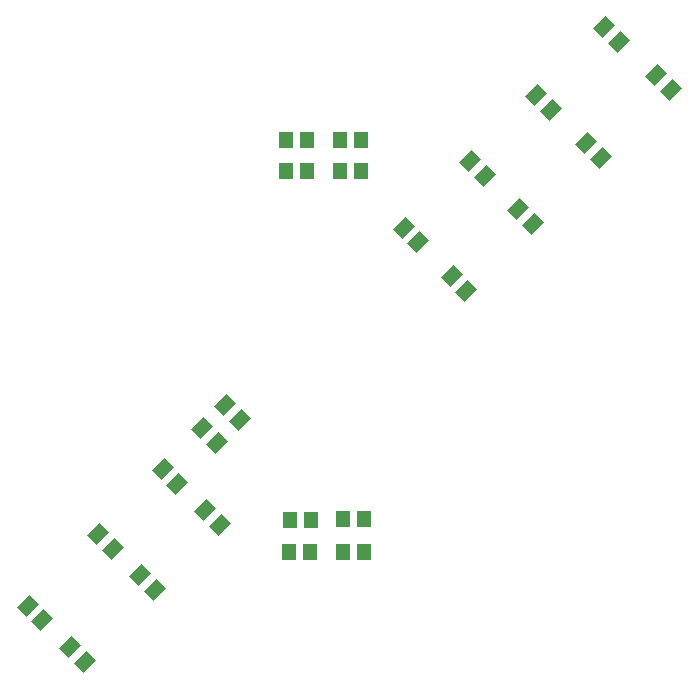
<source format=gtp>
G04 Layer_Color=8421504*
%FSLAX25Y25*%
%MOIN*%
G70*
G01*
G75*
G04:AMPARAMS|DCode=10|XSize=45.67mil|YSize=57.87mil|CornerRadius=0mil|HoleSize=0mil|Usage=FLASHONLY|Rotation=315.000|XOffset=0mil|YOffset=0mil|HoleType=Round|Shape=Rectangle|*
%AMROTATEDRECTD10*
4,1,4,-0.03661,-0.00432,0.00432,0.03661,0.03661,0.00432,-0.00432,-0.03661,-0.03661,-0.00432,0.0*
%
%ADD10ROTATEDRECTD10*%

%ADD11R,0.04567X0.05787*%
D10*
X208978Y205022D02*
D03*
X204022Y209978D02*
D03*
X226178Y188922D02*
D03*
X221222Y193878D02*
D03*
X202878Y166222D02*
D03*
X197922Y171178D02*
D03*
X186378Y182422D02*
D03*
X181422Y187378D02*
D03*
X164178Y160322D02*
D03*
X159222Y165278D02*
D03*
X180178Y144422D02*
D03*
X175222Y149378D02*
D03*
X142078Y138122D02*
D03*
X137122Y143078D02*
D03*
X158078Y121922D02*
D03*
X153122Y126878D02*
D03*
X82478Y78922D02*
D03*
X77522Y83878D02*
D03*
X70022Y76178D02*
D03*
X74978Y71222D02*
D03*
X61778Y57622D02*
D03*
X56822Y62578D02*
D03*
X75878Y44022D02*
D03*
X70922Y48978D02*
D03*
X54278Y22322D02*
D03*
X49322Y27278D02*
D03*
X35422Y40978D02*
D03*
X40378Y36022D02*
D03*
X16778Y12122D02*
D03*
X11822Y17078D02*
D03*
X26022Y3378D02*
D03*
X30978Y-1578D02*
D03*
D11*
X97996Y172300D02*
D03*
X105004D02*
D03*
X97996Y162100D02*
D03*
X105004D02*
D03*
X122904Y162100D02*
D03*
X115896D02*
D03*
X123004Y172200D02*
D03*
X115996D02*
D03*
X98996Y35100D02*
D03*
X106004D02*
D03*
X124004Y34900D02*
D03*
X116996D02*
D03*
X124104Y45800D02*
D03*
X117096D02*
D03*
X106204Y45700D02*
D03*
X99196D02*
D03*
M02*

</source>
